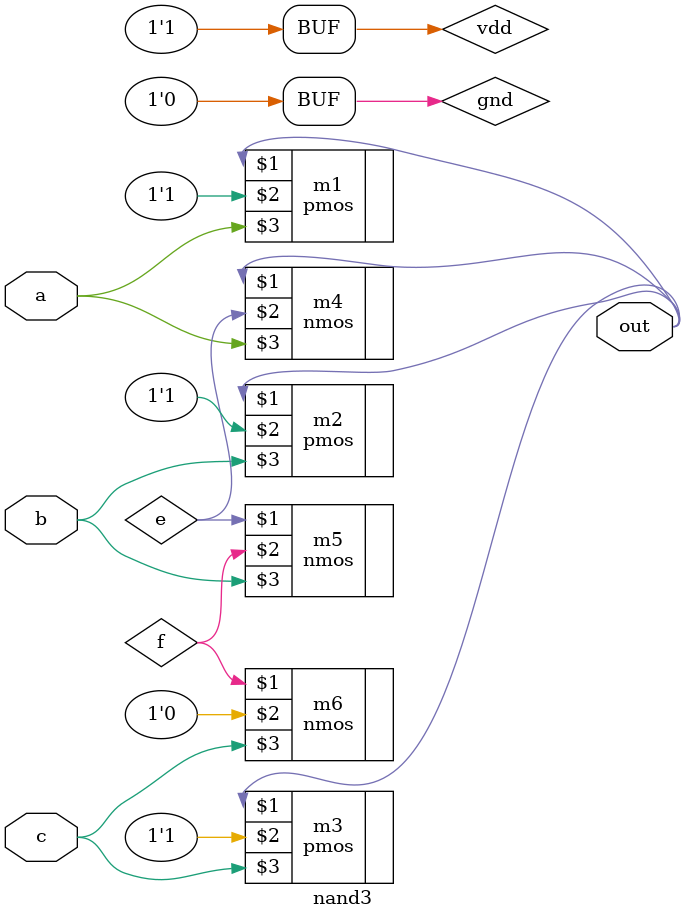
<source format=v>
module nand3(out,a,b,c);
output out;
input a,b,c;
supply1 vdd;
supply0 gnd;
pmos m1(out,vdd,a);
pmos m2(out,vdd,b);
pmos m3(out,vdd,c);
nmos m4(out,e,a);
nmos m5(e,f,b);
nmos m6(f,gnd,c);
endmodule

</source>
